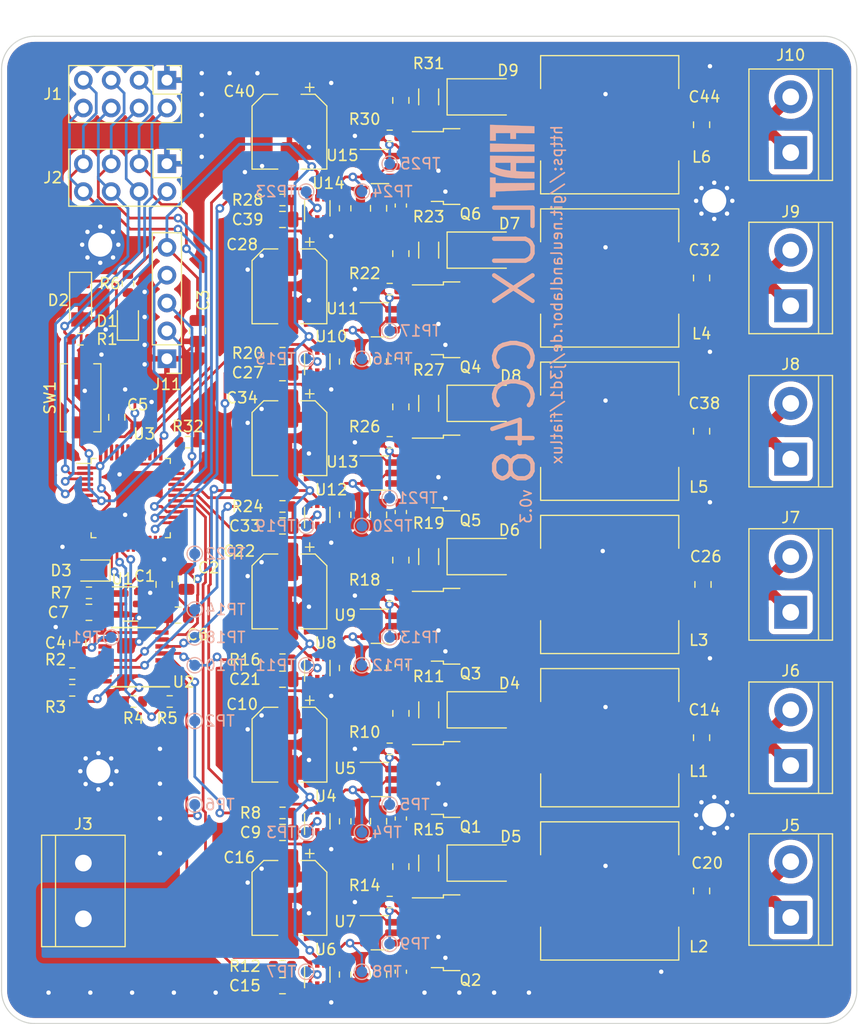
<source format=kicad_pcb>
(kicad_pcb (version 20211014) (generator pcbnew)

  (general
    (thickness 1.6)
  )

  (paper "A4")
  (layers
    (0 "F.Cu" signal)
    (31 "B.Cu" signal)
    (32 "B.Adhes" user "B.Adhesive")
    (33 "F.Adhes" user "F.Adhesive")
    (34 "B.Paste" user)
    (35 "F.Paste" user)
    (36 "B.SilkS" user "B.Silkscreen")
    (37 "F.SilkS" user "F.Silkscreen")
    (38 "B.Mask" user)
    (39 "F.Mask" user)
    (40 "Dwgs.User" user "User.Drawings")
    (41 "Cmts.User" user "User.Comments")
    (42 "Eco1.User" user "User.Eco1")
    (43 "Eco2.User" user "User.Eco2")
    (44 "Edge.Cuts" user)
    (45 "Margin" user)
    (46 "B.CrtYd" user "B.Courtyard")
    (47 "F.CrtYd" user "F.Courtyard")
    (48 "B.Fab" user)
    (49 "F.Fab" user)
    (50 "User.1" user "Nutzer.1")
    (51 "User.2" user "Nutzer.2")
    (52 "User.3" user "Nutzer.3")
    (53 "User.4" user "Nutzer.4")
    (54 "User.5" user "Nutzer.5")
    (55 "User.6" user "Nutzer.6")
    (56 "User.7" user "Nutzer.7")
    (57 "User.8" user "Nutzer.8")
    (58 "User.9" user "Nutzer.9")
  )

  (setup
    (stackup
      (layer "F.SilkS" (type "Top Silk Screen"))
      (layer "F.Paste" (type "Top Solder Paste"))
      (layer "F.Mask" (type "Top Solder Mask") (thickness 0.01))
      (layer "F.Cu" (type "copper") (thickness 0.035))
      (layer "dielectric 1" (type "core") (thickness 1.51) (material "FR4") (epsilon_r 4.5) (loss_tangent 0.02))
      (layer "B.Cu" (type "copper") (thickness 0.035))
      (layer "B.Mask" (type "Bottom Solder Mask") (thickness 0.01))
      (layer "B.Paste" (type "Bottom Solder Paste"))
      (layer "B.SilkS" (type "Bottom Silk Screen"))
      (copper_finish "None")
      (dielectric_constraints no)
    )
    (pad_to_mask_clearance 0)
    (grid_origin 167.894 27.686)
    (pcbplotparams
      (layerselection 0x00010fc_ffffffff)
      (disableapertmacros false)
      (usegerberextensions false)
      (usegerberattributes true)
      (usegerberadvancedattributes true)
      (creategerberjobfile true)
      (svguseinch false)
      (svgprecision 6)
      (excludeedgelayer true)
      (plotframeref false)
      (viasonmask false)
      (mode 1)
      (useauxorigin false)
      (hpglpennumber 1)
      (hpglpenspeed 20)
      (hpglpendiameter 15.000000)
      (dxfpolygonmode true)
      (dxfimperialunits true)
      (dxfusepcbnewfont true)
      (psnegative false)
      (psa4output false)
      (plotreference true)
      (plotvalue true)
      (plotinvisibletext false)
      (sketchpadsonfab false)
      (subtractmaskfromsilk false)
      (outputformat 1)
      (mirror false)
      (drillshape 1)
      (scaleselection 1)
      (outputdirectory "")
    )
  )

  (net 0 "")
  (net 1 "+3V3")
  (net 2 "GND")
  (net 3 "~{BUSRST}")
  (net 4 "Net-(C4-Pad1)")
  (net 5 "/fiatlux_cc48_channel_driver2/DRI_DIM")
  (net 6 "+48V")
  (net 7 "/fiatlux_cc48_channel_driver2/DRI_VCC")
  (net 8 "/fiatlux_cc48_channel_driver2/DRI_COM")
  (net 9 "/fiatlux_cc48_channel_driver2/OUT+")
  (net 10 "/fiatlux_cc48_channel_driver2/OUT-")
  (net 11 "/fiatlux_cc48_channel_driver1/DRI_DIM")
  (net 12 "/fiatlux_cc48_channel_driver1/DRI_VCC")
  (net 13 "/fiatlux_cc48_channel_driver1/DRI_COM")
  (net 14 "/fiatlux_cc48_channel_driver1/OUT+")
  (net 15 "/fiatlux_cc48_channel_driver1/OUT-")
  (net 16 "/fiatlux_cc48_channel_driver3/DRI_DIM")
  (net 17 "/fiatlux_cc48_channel_driver3/DRI_VCC")
  (net 18 "/fiatlux_cc48_channel_driver3/DRI_COM")
  (net 19 "/fiatlux_cc48_channel_driver3/OUT+")
  (net 20 "/fiatlux_cc48_channel_driver3/OUT-")
  (net 21 "/fiatlux_cc48_channel_driver5/DRI_DIM")
  (net 22 "/fiatlux_cc48_channel_driver5/DRI_VCC")
  (net 23 "/fiatlux_cc48_channel_driver5/DRI_COM")
  (net 24 "/fiatlux_cc48_channel_driver5/OUT+")
  (net 25 "/fiatlux_cc48_channel_driver5/OUT-")
  (net 26 "Net-(D1-Pad2)")
  (net 27 "ACT_LED")
  (net 28 "Net-(D3-Pad2)")
  (net 29 "/fiatlux_cc48_channel_driver4/DRI_DIM")
  (net 30 "/fiatlux_cc48_channel_driver4/DRI_VCC")
  (net 31 "/fiatlux_cc48_channel_driver4/DRI_COM")
  (net 32 "/fiatlux_cc48_channel_driver4/OUT+")
  (net 33 "/fiatlux_cc48_channel_driver4/OUT-")
  (net 34 "/fiatlux_cc48_channel_driver6/DRI_DIM")
  (net 35 "/fiatlux_cc48_channel_driver6/DRI_VCC")
  (net 36 "/fiatlux_cc48_channel_driver6/DRI_COM")
  (net 37 "/fiatlux_cc48_channel_driver6/OUT+")
  (net 38 "/fiatlux_cc48_channel_driver6/OUT-")
  (net 39 "/fiatlux_cc48_channel_driver2/DRI_SOURCE")
  (net 40 "/fiatlux_cc48_channel_driver1/DRI_SOURCE")
  (net 41 "/fiatlux_cc48_channel_driver3/DRI_SOURCE")
  (net 42 "DAC_SYNC")
  (net 43 "Net-(R2-Pad2)")
  (net 44 "SCLK")
  (net 45 "Net-(R3-Pad2)")
  (net 46 "MOSI")
  (net 47 "Net-(R4-Pad2)")
  (net 48 "MISO")
  (net 49 "Net-(R5-Pad2)")
  (net 50 "CH2_DIM")
  (net 51 "Net-(R9-Pad1)")
  (net 52 "CH1_DIM")
  (net 53 "CH3_DIM")
  (net 54 "CH5_DIM")
  (net 55 "CH4_DIM")
  (net 56 "Net-(R21-Pad1)")
  (net 57 "CH6_DIM")
  (net 58 "Net-(C13-Pad1)")
  (net 59 "unconnected-(U2-Pad11)")
  (net 60 "unconnected-(U2-Pad12)")
  (net 61 "INIT_{IN}")
  (net 62 "~{INT}")
  (net 63 "INIT_{OUT}")
  (net 64 "SW_SCLK")
  (net 65 "SW_MOSI")
  (net 66 "SW_MISO")
  (net 67 "CH1_PWM")
  (net 68 "CH2_PWM")
  (net 69 "CH3_PWM")
  (net 70 "CH4_PWM")
  (net 71 "unconnected-(U3-Pad25)")
  (net 72 "CH6_PWM")
  (net 73 "CH5_PWM")
  (net 74 "/fiatlux_cc48_channel_driver5/DRI_SOURCE")
  (net 75 "/fiatlux_cc48_channel_driver4/DRI_SOURCE")
  (net 76 "/fiatlux_cc48_channel_driver6/DRI_SOURCE")
  (net 77 "/fiatlux_cc48_channel_driver2/DRI_GATE")
  (net 78 "/fiatlux_cc48_channel_driver1/DRI_GATE")
  (net 79 "/fiatlux_cc48_channel_driver3/DRI_GATE")
  (net 80 "/fiatlux_cc48_channel_driver5/DRI_GATE")
  (net 81 "/fiatlux_cc48_channel_driver4/DRI_GATE")
  (net 82 "/fiatlux_cc48_channel_driver6/DRI_GATE")
  (net 83 "Net-(C19-Pad1)")
  (net 84 "Net-(C25-Pad1)")
  (net 85 "Net-(C31-Pad1)")
  (net 86 "Net-(C37-Pad1)")
  (net 87 "Net-(C43-Pad1)")
  (net 88 "Net-(R13-Pad1)")
  (net 89 "Net-(R17-Pad1)")
  (net 90 "Net-(R25-Pad1)")
  (net 91 "Net-(R29-Pad1)")
  (net 92 "unconnected-(U3-Pad5)")
  (net 93 "unconnected-(U3-Pad6)")
  (net 94 "unconnected-(U3-Pad10)")
  (net 95 "unconnected-(U3-Pad11)")
  (net 96 "unconnected-(U3-Pad12)")
  (net 97 "Net-(R32-Pad1)")
  (net 98 "unconnected-(U3-Pad18)")
  (net 99 "unconnected-(U3-Pad19)")
  (net 100 "unconnected-(U3-Pad20)")
  (net 101 "unconnected-(U3-Pad21)")
  (net 102 "unconnected-(U3-Pad22)")
  (net 103 "unconnected-(U3-Pad33)")
  (net 104 "SWDIO")
  (net 105 "unconnected-(U3-Pad35)")
  (net 106 "unconnected-(U3-Pad36)")
  (net 107 "SWCLK")
  (net 108 "unconnected-(U3-Pad38)")
  (net 109 "unconnected-(U3-Pad39)")
  (net 110 "unconnected-(U3-Pad42)")
  (net 111 "unconnected-(U3-Pad43)")
  (net 112 "unconnected-(U3-Pad45)")
  (net 113 "unconnected-(U3-Pad46)")

  (footprint "Inductor_SMD:L_12x12mm_H8mm" (layer "F.Cu") (at 213.36 73.66 180))

  (footprint "TerminalBlock:TerminalBlock_bornier-2_P5.08mm" (layer "F.Cu") (at 229.87 90.17 90))

  (footprint "Capacitor_SMD:C_0805_2012Metric" (layer "F.Cu") (at 183.515 110.236 180))

  (footprint "Capacitor_SMD:C_0603_1608Metric" (layer "F.Cu") (at 194.31 81.026 -90))

  (footprint "Capacitor_SMD:C_0805_2012Metric" (layer "F.Cu") (at 221.742 87.63 -90))

  (footprint "TerminalBlock:TerminalBlock_bornier-2_P5.08mm" (layer "F.Cu") (at 229.87 76.2 90))

  (footprint "MountingHole:MountingHole_2.2mm_M2_Pad_Via" (layer "F.Cu") (at 222.894 38.686))

  (footprint "Resistor_SMD:R_1206_3216Metric" (layer "F.Cu") (at 196.85 99.06 90))

  (footprint "Diode_SMD:D_SMA" (layer "F.Cu") (at 201.93 57.15))

  (footprint "Capacitor_SMD:CP_Elec_6.3x4.5" (layer "F.Cu") (at 184.15 60.325 -90))

  (footprint "Connector_PinHeader_2.54mm:PinHeader_2x04_P2.54mm_Vertical" (layer "F.Cu") (at 172.974 35.306 -90))

  (footprint "Capacitor_SMD:C_0603_1608Metric" (layer "F.Cu") (at 194.31 108.966 -90))

  (footprint "Capacitor_SMD:C_0805_2012Metric" (layer "F.Cu") (at 172.72 73.66 -90))

  (footprint "Package_TO_SOT_SMD:SOT-23-6" (layer "F.Cu") (at 192.405 63.5))

  (footprint "Capacitor_SMD:C_0805_2012Metric" (layer "F.Cu") (at 192.278 67.31 -90))

  (footprint "Package_TO_SOT_SMD:SOT-363_SC-70-6" (layer "F.Cu") (at 186.69 81.28 90))

  (footprint "Capacitor_SMD:C_0805_2012Metric" (layer "F.Cu") (at 192.278 109.22 -90))

  (footprint "Package_TO_SOT_SMD:TO-252-2" (layer "F.Cu") (at 200.6655 91.44))

  (footprint "Connector_PinHeader_2.54mm:PinHeader_2x04_P2.54mm_Vertical" (layer "F.Cu") (at 172.974 27.686 -90))

  (footprint "Package_TO_SOT_SMD:TO-252-2" (layer "F.Cu") (at 200.66 77.47))

  (footprint "Resistor_SMD:R_0603_1608Metric" (layer "F.Cu") (at 183.515 80.518))

  (footprint "Diode_SMD:D_SMA" (layer "F.Cu") (at 201.93 29.21))

  (footprint "TerminalBlock:TerminalBlock_bornier-2_P5.08mm" (layer "F.Cu") (at 165.354 99.06 -90))

  (footprint "Diode_SMD:D_SMA" (layer "F.Cu") (at 201.93 99.06))

  (footprint "Diode_SMD:D_SMA" (layer "F.Cu") (at 201.93 43.18))

  (footprint "Capacitor_SMD:C_0805_2012Metric" (layer "F.Cu") (at 192.278 95.25 -90))

  (footprint "MountingHole:MountingHole_2.2mm_M2_Pad_Via" (layer "F.Cu") (at 166.727274 90.686))

  (footprint "Inductor_SMD:L_12x12mm_H8mm" (layer "F.Cu") (at 213.36 45.72 180))

  (footprint "Diode_SMD:D_SMA" (layer "F.Cu") (at 201.9355 85.09))

  (footprint "Capacitor_SMD:CP_Elec_6.3x4.5" (layer "F.Cu") (at 184.15 46.482 -90))

  (footprint "MountingHole:MountingHole_2.2mm_M2_Pad_Via" (layer "F.Cu") (at 166.894 42.686))

  (footprint "Package_TO_SOT_SMD:SOT-23-6" (layer "F.Cu") (at 192.405 35.56))

  (footprint "Capacitor_SMD:C_0805_2012Metric" (layer "F.Cu") (at 221.742 31.75 -90))

  (footprint "Resistor_SMD:R_0603_1608Metric" (layer "F.Cu") (at 189.23 81.28 -90))

  (footprint "Resistor_SMD:R_0603_1608Metric" (layer "F.Cu") (at 164.338 81.788))

  (footprint "LED_SMD:LED_0805_2012Metric" (layer "F.Cu") (at 169.418 49.7055 90))

  (footprint "Capacitor_SMD:C_0805_2012Metric" (layer "F.Cu") (at 174.752 73.152 -90))

  (footprint "Capacitor_SMD:C_0805_2012Metric" (layer "F.Cu") (at 194.31 29.53 90))

  (footprint "Capacitor_SMD:C_0805_2012Metric" (layer "F.Cu") (at 183.5205 96.266 180))

  (footprint "Inductor_SMD:L_12x12mm_H8mm" (layer "F.Cu") (at 213.36 101.6 180))

  (footprint "Capacitor_SMD:C_0805_2012Metric" (layer "F.Cu") (at 183.515 68.326 180))

  (footprint "Resistor_SMD:R_1206_3216Metric" (layer "F.Cu") (at 196.85 57.15 90))

  (footprint "Package_TO_SOT_SMD:SOT-23-6" (layer "F.Cu") (at 192.405 49.53))

  (footprint "Package_TO_SOT_SMD:SOT-23-6" (layer "F.Cu") (at 192.4105 91.44))

  (footprint "Inductor_SMD:L_12x12mm_H8mm" (layer "F.Cu") (at 213.36 59.69 180))

  (footprint "Resistor_SMD:R_0603_1608Metric" (layer "F.Cu")
    (tedit 5F68FEEE) (tstamp 608b1d3a-67e0-42f9-8004-aa8ef9ba9868)
    (at 183.515 108.458)
    (descr "Resistor SMD 0603 (1608 Metric), square (rectangular) end terminal, IPC_7351 nominal, (Body size source: IPC-SM-782 page 72, https://www.pcb-3d.com/wordpress/wp-content/uploads/ipc-sm-782a_amendment_1_and_2.pdf), generated with kicad-footprint-generator")
    (tags "resistor")
    (property "Sheetfile" "fiatlux_cc48_channel_driver.kicad_sch")
    (property "Sheetname" "fiatlux_cc48_channel_driver1")
    (path "/ec392c76-0785-4274-a56a-aeb995601b34/85290897-a69f-43de-ba13-b6be6bcc9165")
    (attr smd)
    (fp_text reference "R12" (at -3.429 0) (layer "F.SilkS")
      (effects (font (size 1 1) (thickness 0.15)))
      (tstamp 0e79626a-d11e-4538-b4f1-f7383427fb8e)
    )
    (fp_text value "100" (at 0 1.43) (layer "F.Fab")
      (effects (font (size 1 1) (thickness 0.15)))
      (tstamp f16cd62c-cafc-49f5-aaa8-7cc66bb32173)
    )
    (fp_text user "${REFERENCE}" (at 0 0) (layer "F.Fab")
      (effects (font (size 0.4 0.4) (thickness 0.06)))
      (tstamp 6ef79f27-32bd-4298-a460-ab1950992ee9)
    )
    (fp_line (start -0.237258 0.5225) (end 0.237258 0.5225) (layer "F.SilkS") (width 0.12) (tstamp 801d88db-700e-4aeb-b016-ad58e4381134))
    (fp_line (start -0.237258 -0.5225) (end 0.237258 -0.5225) (layer "F.SilkS") (width 0.12) (tstamp cd654e68-4be6-42bb-a6a9-c43ff557a66e))
    (fp_line (start -1.48 -0.73) (end 1.48 -0.73) (layer "F.CrtYd") (width 0.05) (tstamp 8f6943a4-a361-45ed-9c4d-98ef80de44e8))
    (fp_line (start -1.48 0.73) (end -1.48 -0.73) (layer "F.CrtYd") (width 0.05) (tstamp 956c79ed-dc56-45ee-8473-7f0af145783f))
    (fp_line (start 1.48 -0.73) (end 1.48 0.73) (layer "F.CrtYd") (width 0.05) (tstamp e41df1ee-4a3d-4a34-8ee1-e8ce96bff89a))
    (fp_line (start 1.48 0.73) (end -1.48 0.73) (layer "F.CrtYd") (width 0.05) (tstamp f550cc42-58d1-4fc8-bb7a-5120967ea6db))
    (fp_line (start 0.8 0.4125) (end -0.8 0.4125) (layer "F.Fab") (width 0.1) (tstamp 3cb644b2-c925-4787-88f2-9f5133a430ee))
    (fp_line (start 0.8 -0.4125) (end 0.8 0.4125) (laye
... [1241322 chars truncated]
</source>
